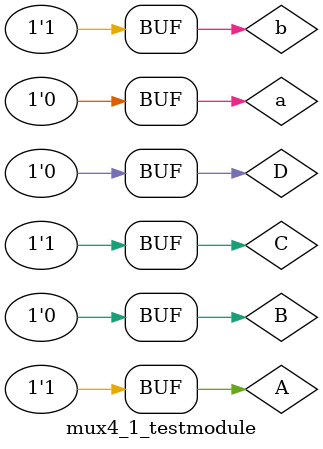
<source format=v>
module mux4_1_testmodule();
reg a,b,A,B,C,D;
wire Q;
mux4_1 test(Q,a,b,A,B,C,D);
initial
begin
$dumpfile("mux4_1test.vcd");
$dumpvars(0,mux4_1_testmodule);
end
initial
begin
a=0;
b=0;
A=0;
B=0;
C=0;
D=0;
#10;

a=0;
b=0;
A=1;
B=0;
C=0;
D=0;
#10;

a=1;
b=0;
A=0;
B=0;
C=0;
D=0;
#10;

a=1;
b=1;
A=0;
B=1;
C=0;
D=1;
#10;

a=0;
b=1;
A=1;
B=0;
C=1;
D=0;
#10;
end
endmodule

</source>
